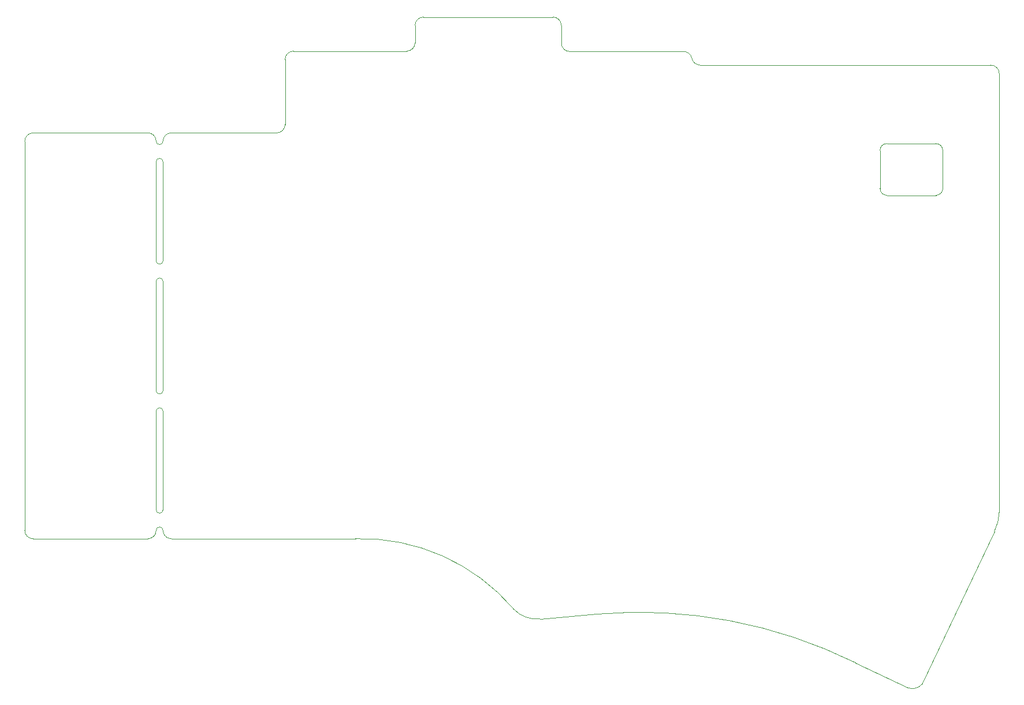
<source format=gm1>
%TF.GenerationSoftware,KiCad,Pcbnew,8.0.1*%
%TF.CreationDate,2024-04-30T21:38:09+02:00*%
%TF.ProjectId,Cantor_MX,43616e74-6f72-45f4-9d58-2e6b69636164,rev1.6*%
%TF.SameCoordinates,PX78114e0PY44b6550*%
%TF.FileFunction,Profile,NP*%
%FSLAX46Y46*%
G04 Gerber Fmt 4.6, Leading zero omitted, Abs format (unit mm)*
G04 Created by KiCad (PCBNEW 8.0.1) date 2024-04-30 21:38:09*
%MOMM*%
%LPD*%
G01*
G04 APERTURE LIST*
%TA.AperFunction,Profile*%
%ADD10C,0.100000*%
%TD*%
G04 APERTURE END LIST*
D10*
X-48624955Y-8974517D02*
X-48625000Y-25025000D01*
X-10673448Y26043104D02*
G75*
G02*
X-11910000Y24806548I-1236552J-4D01*
G01*
X66685000Y4640000D02*
G75*
G02*
X65685000Y3640000I-1000000J0D01*
G01*
X-47625000Y-25025000D02*
X-47624955Y-8974517D01*
X-46398448Y-46750000D02*
X-19400000Y-46750000D01*
X63630000Y-68110000D02*
X74248728Y-45663239D01*
X7610000Y-58539999D02*
G75*
G02*
X3789970Y-57090029I-380000J4755899D01*
G01*
X-48625000Y-28025000D02*
X-48625040Y-42523488D01*
X57485000Y10240000D02*
G75*
G02*
X58485000Y11240000I1000200J-200D01*
G01*
X57485000Y4640000D02*
X57485000Y10240000D01*
X31110000Y22759999D02*
G75*
G02*
X29900001Y23770000I0J1229801D01*
G01*
X-48125000Y-27525000D02*
G75*
G02*
X-47625000Y-28025000I0J-500000D01*
G01*
X65685000Y3640000D02*
X58485000Y3640000D01*
X-46408363Y12807822D02*
X-30964374Y12807822D01*
X73670000Y22760000D02*
X31110000Y22760000D01*
X-10673448Y28570000D02*
X-10673448Y26043104D01*
X-9436896Y29806552D02*
X9530000Y29806552D01*
X-47625040Y-42523488D02*
G75*
G02*
X-48125040Y-43023460I-499960J-12D01*
G01*
X66677893Y10240000D02*
X66685000Y4640000D01*
X12003104Y24750000D02*
X28690000Y24750000D01*
X-48624915Y8581270D02*
X-48624955Y-5974517D01*
X-48124915Y9081270D02*
G75*
G02*
X-47624930Y8581270I15J-499970D01*
G01*
X73670000Y22759999D02*
G75*
G02*
X74960028Y21510000I49000J-1240099D01*
G01*
X-28480000Y24806552D02*
X-11910000Y24806552D01*
X74960000Y-42840000D02*
G75*
G02*
X74248732Y-45663241I-6436300J120300D01*
G01*
X-48124955Y-6474517D02*
G75*
G02*
X-48625017Y-5974517I55J500117D01*
G01*
X-48125000Y-25525000D02*
G75*
G02*
X-48625000Y-25025000I0J500000D01*
G01*
X65677893Y11240000D02*
G75*
G02*
X66677900Y10240000I7J-1000000D01*
G01*
X-48625040Y-45523488D02*
G75*
G02*
X-48125040Y-45023560I499940J-12D01*
G01*
X-46398448Y-46749999D02*
G75*
G02*
X-47624939Y-45533448I-9852J1216599D01*
G01*
X-48625040Y-45523488D02*
G75*
G02*
X-49841592Y-46750100I-1216660J-9912D01*
G01*
X-48124915Y11081270D02*
G75*
G02*
X-48624933Y11591230I15J500130D01*
G01*
X-48124955Y-8474517D02*
G75*
G02*
X-47624917Y-8974517I-45J-500083D01*
G01*
X-29730000Y23570000D02*
G75*
G02*
X-28480000Y24806527I1236600J0D01*
G01*
X10766552Y28570000D02*
X10766552Y25980000D01*
X15940000Y-57820000D02*
X7610000Y-58540000D01*
X-47625040Y-42523488D02*
X-47625000Y-28025000D01*
X53910000Y-64960000D02*
X61613868Y-68641488D01*
X-66670000Y-46750000D02*
G75*
G02*
X-67896540Y-45533448I-9900J1216600D01*
G01*
X28690000Y24750000D02*
G75*
G02*
X29900008Y23770002I0J-1237000D01*
G01*
X-48624915Y8581270D02*
G75*
G02*
X-48124915Y9081215I499915J30D01*
G01*
X-67896552Y11570000D02*
G75*
G02*
X-66660000Y12806552I1236552J0D01*
G01*
X-29727822Y14044374D02*
G75*
G02*
X-30964374Y12807822I-1236578J26D01*
G01*
X58485000Y11240000D02*
X65677893Y11240000D01*
X-66660000Y12806552D02*
X-49851507Y12807782D01*
X12003104Y24750000D02*
G75*
G02*
X10766583Y25980000I-6504J1230000D01*
G01*
X-47624915Y11581270D02*
G75*
G02*
X-48124915Y11081215I-499985J-70D01*
G01*
X-47624955Y-5974517D02*
G75*
G02*
X-48124955Y-6474445I-500045J117D01*
G01*
X-49851507Y12807782D02*
G75*
G02*
X-48624978Y11591230I9907J-1216582D01*
G01*
X-48125040Y-45023488D02*
G75*
G02*
X-47624983Y-45533448I-60J-500212D01*
G01*
X-10673448Y28570000D02*
G75*
G02*
X-9436896Y29806548I1236548J0D01*
G01*
X-48125040Y-43023488D02*
G75*
G02*
X-48625088Y-42523488I40J500088D01*
G01*
X-47624914Y11581270D02*
G75*
G02*
X-46408363Y12807855I1216614J9930D01*
G01*
X58485000Y3640001D02*
G75*
G02*
X57485001Y4640000I10000J1009999D01*
G01*
X-29730000Y23570000D02*
X-29727822Y14044374D01*
X-19400000Y-46750000D02*
G75*
G02*
X3790002Y-57089998I809300J-29359600D01*
G01*
X9530000Y29806552D02*
G75*
G02*
X10766552Y28570000I0J-1236552D01*
G01*
X-49841592Y-46750040D02*
X-66670000Y-46750000D01*
X-47625000Y-25025000D02*
G75*
G02*
X-48125000Y-25525000I-500000J0D01*
G01*
X-48624955Y-8974517D02*
G75*
G02*
X-48124955Y-8474545I499955J17D01*
G01*
X-48625000Y-28025000D02*
G75*
G02*
X-48125000Y-27525000I500000J0D01*
G01*
X-47624955Y-5974517D02*
X-47624915Y8581270D01*
X74960000Y-42840000D02*
X74960000Y21510000D01*
X63629999Y-68109999D02*
G75*
G02*
X61613883Y-68641447I-1392999J1194599D01*
G01*
X-67896552Y-45533448D02*
X-67896552Y11570000D01*
X15940000Y-57820000D02*
G75*
G02*
X53910001Y-64959998I6272100J-71176300D01*
G01*
M02*

</source>
